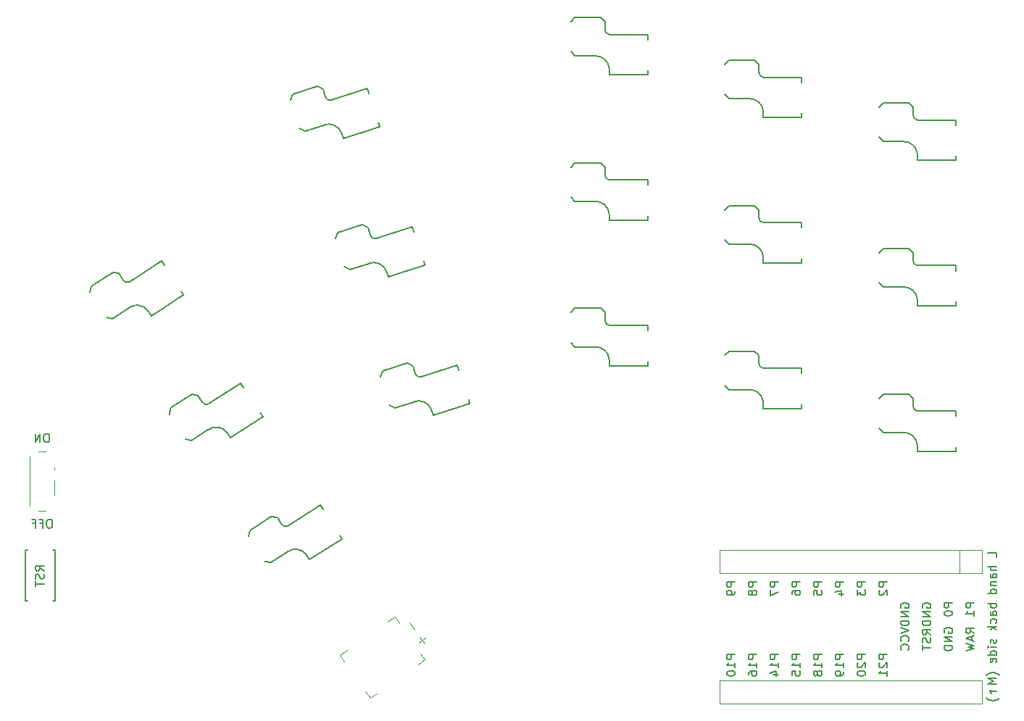
<source format=gbr>
%TF.GenerationSoftware,KiCad,Pcbnew,9.0.6*%
%TF.CreationDate,2025-12-19T17:46:44-08:00*%
%TF.ProjectId,aphelo30,61706865-6c6f-4333-902e-6b696361645f,v1.0.0*%
%TF.SameCoordinates,Original*%
%TF.FileFunction,Legend,Bot*%
%TF.FilePolarity,Positive*%
%FSLAX46Y46*%
G04 Gerber Fmt 4.6, Leading zero omitted, Abs format (unit mm)*
G04 Created by KiCad (PCBNEW 9.0.6) date 2025-12-19 17:46:44*
%MOMM*%
%LPD*%
G01*
G04 APERTURE LIST*
%ADD10C,0.150000*%
%ADD11C,0.120000*%
%ADD12C,0.100000*%
G04 APERTURE END LIST*
D10*
X70226615Y-98654909D02*
X69750424Y-98321576D01*
X70226615Y-98083481D02*
X69226615Y-98083481D01*
X69226615Y-98083481D02*
X69226615Y-98464433D01*
X69226615Y-98464433D02*
X69274234Y-98559671D01*
X69274234Y-98559671D02*
X69321853Y-98607290D01*
X69321853Y-98607290D02*
X69417091Y-98654909D01*
X69417091Y-98654909D02*
X69559948Y-98654909D01*
X69559948Y-98654909D02*
X69655186Y-98607290D01*
X69655186Y-98607290D02*
X69702805Y-98559671D01*
X69702805Y-98559671D02*
X69750424Y-98464433D01*
X69750424Y-98464433D02*
X69750424Y-98083481D01*
X70178996Y-99035862D02*
X70226615Y-99178719D01*
X70226615Y-99178719D02*
X70226615Y-99416814D01*
X70226615Y-99416814D02*
X70178996Y-99512052D01*
X70178996Y-99512052D02*
X70131376Y-99559671D01*
X70131376Y-99559671D02*
X70036138Y-99607290D01*
X70036138Y-99607290D02*
X69940900Y-99607290D01*
X69940900Y-99607290D02*
X69845662Y-99559671D01*
X69845662Y-99559671D02*
X69798043Y-99512052D01*
X69798043Y-99512052D02*
X69750424Y-99416814D01*
X69750424Y-99416814D02*
X69702805Y-99226338D01*
X69702805Y-99226338D02*
X69655186Y-99131100D01*
X69655186Y-99131100D02*
X69607567Y-99083481D01*
X69607567Y-99083481D02*
X69512329Y-99035862D01*
X69512329Y-99035862D02*
X69417091Y-99035862D01*
X69417091Y-99035862D02*
X69321853Y-99083481D01*
X69321853Y-99083481D02*
X69274234Y-99131100D01*
X69274234Y-99131100D02*
X69226615Y-99226338D01*
X69226615Y-99226338D02*
X69226615Y-99464433D01*
X69226615Y-99464433D02*
X69274234Y-99607290D01*
X69226615Y-99893005D02*
X69226615Y-100464433D01*
X70226615Y-100178719D02*
X69226615Y-100178719D01*
X181471615Y-97059670D02*
X181471615Y-96583480D01*
X181471615Y-96583480D02*
X180471615Y-96583480D01*
X181471615Y-98154909D02*
X180471615Y-98154909D01*
X181471615Y-98583480D02*
X180947805Y-98583480D01*
X180947805Y-98583480D02*
X180852567Y-98535861D01*
X180852567Y-98535861D02*
X180804948Y-98440623D01*
X180804948Y-98440623D02*
X180804948Y-98297766D01*
X180804948Y-98297766D02*
X180852567Y-98202528D01*
X180852567Y-98202528D02*
X180900186Y-98154909D01*
X181471615Y-99488242D02*
X180947805Y-99488242D01*
X180947805Y-99488242D02*
X180852567Y-99440623D01*
X180852567Y-99440623D02*
X180804948Y-99345385D01*
X180804948Y-99345385D02*
X180804948Y-99154909D01*
X180804948Y-99154909D02*
X180852567Y-99059671D01*
X181423996Y-99488242D02*
X181471615Y-99393004D01*
X181471615Y-99393004D02*
X181471615Y-99154909D01*
X181471615Y-99154909D02*
X181423996Y-99059671D01*
X181423996Y-99059671D02*
X181328757Y-99012052D01*
X181328757Y-99012052D02*
X181233519Y-99012052D01*
X181233519Y-99012052D02*
X181138281Y-99059671D01*
X181138281Y-99059671D02*
X181090662Y-99154909D01*
X181090662Y-99154909D02*
X181090662Y-99393004D01*
X181090662Y-99393004D02*
X181043043Y-99488242D01*
X180804948Y-99964433D02*
X181471615Y-99964433D01*
X180900186Y-99964433D02*
X180852567Y-100012052D01*
X180852567Y-100012052D02*
X180804948Y-100107290D01*
X180804948Y-100107290D02*
X180804948Y-100250147D01*
X180804948Y-100250147D02*
X180852567Y-100345385D01*
X180852567Y-100345385D02*
X180947805Y-100393004D01*
X180947805Y-100393004D02*
X181471615Y-100393004D01*
X181471615Y-101297766D02*
X180471615Y-101297766D01*
X181423996Y-101297766D02*
X181471615Y-101202528D01*
X181471615Y-101202528D02*
X181471615Y-101012052D01*
X181471615Y-101012052D02*
X181423996Y-100916814D01*
X181423996Y-100916814D02*
X181376376Y-100869195D01*
X181376376Y-100869195D02*
X181281138Y-100821576D01*
X181281138Y-100821576D02*
X180995424Y-100821576D01*
X180995424Y-100821576D02*
X180900186Y-100869195D01*
X180900186Y-100869195D02*
X180852567Y-100916814D01*
X180852567Y-100916814D02*
X180804948Y-101012052D01*
X180804948Y-101012052D02*
X180804948Y-101202528D01*
X180804948Y-101202528D02*
X180852567Y-101297766D01*
X181471615Y-102535862D02*
X180471615Y-102535862D01*
X180852567Y-102535862D02*
X180804948Y-102631100D01*
X180804948Y-102631100D02*
X180804948Y-102821576D01*
X180804948Y-102821576D02*
X180852567Y-102916814D01*
X180852567Y-102916814D02*
X180900186Y-102964433D01*
X180900186Y-102964433D02*
X180995424Y-103012052D01*
X180995424Y-103012052D02*
X181281138Y-103012052D01*
X181281138Y-103012052D02*
X181376376Y-102964433D01*
X181376376Y-102964433D02*
X181423996Y-102916814D01*
X181423996Y-102916814D02*
X181471615Y-102821576D01*
X181471615Y-102821576D02*
X181471615Y-102631100D01*
X181471615Y-102631100D02*
X181423996Y-102535862D01*
X181471615Y-103869195D02*
X180947805Y-103869195D01*
X180947805Y-103869195D02*
X180852567Y-103821576D01*
X180852567Y-103821576D02*
X180804948Y-103726338D01*
X180804948Y-103726338D02*
X180804948Y-103535862D01*
X180804948Y-103535862D02*
X180852567Y-103440624D01*
X181423996Y-103869195D02*
X181471615Y-103773957D01*
X181471615Y-103773957D02*
X181471615Y-103535862D01*
X181471615Y-103535862D02*
X181423996Y-103440624D01*
X181423996Y-103440624D02*
X181328757Y-103393005D01*
X181328757Y-103393005D02*
X181233519Y-103393005D01*
X181233519Y-103393005D02*
X181138281Y-103440624D01*
X181138281Y-103440624D02*
X181090662Y-103535862D01*
X181090662Y-103535862D02*
X181090662Y-103773957D01*
X181090662Y-103773957D02*
X181043043Y-103869195D01*
X181423996Y-104773957D02*
X181471615Y-104678719D01*
X181471615Y-104678719D02*
X181471615Y-104488243D01*
X181471615Y-104488243D02*
X181423996Y-104393005D01*
X181423996Y-104393005D02*
X181376376Y-104345386D01*
X181376376Y-104345386D02*
X181281138Y-104297767D01*
X181281138Y-104297767D02*
X180995424Y-104297767D01*
X180995424Y-104297767D02*
X180900186Y-104345386D01*
X180900186Y-104345386D02*
X180852567Y-104393005D01*
X180852567Y-104393005D02*
X180804948Y-104488243D01*
X180804948Y-104488243D02*
X180804948Y-104678719D01*
X180804948Y-104678719D02*
X180852567Y-104773957D01*
X181471615Y-105202529D02*
X180471615Y-105202529D01*
X181090662Y-105297767D02*
X181471615Y-105583481D01*
X180804948Y-105583481D02*
X181185900Y-105202529D01*
X181423996Y-106726339D02*
X181471615Y-106821577D01*
X181471615Y-106821577D02*
X181471615Y-107012053D01*
X181471615Y-107012053D02*
X181423996Y-107107291D01*
X181423996Y-107107291D02*
X181328757Y-107154910D01*
X181328757Y-107154910D02*
X181281138Y-107154910D01*
X181281138Y-107154910D02*
X181185900Y-107107291D01*
X181185900Y-107107291D02*
X181138281Y-107012053D01*
X181138281Y-107012053D02*
X181138281Y-106869196D01*
X181138281Y-106869196D02*
X181090662Y-106773958D01*
X181090662Y-106773958D02*
X180995424Y-106726339D01*
X180995424Y-106726339D02*
X180947805Y-106726339D01*
X180947805Y-106726339D02*
X180852567Y-106773958D01*
X180852567Y-106773958D02*
X180804948Y-106869196D01*
X180804948Y-106869196D02*
X180804948Y-107012053D01*
X180804948Y-107012053D02*
X180852567Y-107107291D01*
X181471615Y-107583482D02*
X180804948Y-107583482D01*
X180471615Y-107583482D02*
X180519234Y-107535863D01*
X180519234Y-107535863D02*
X180566853Y-107583482D01*
X180566853Y-107583482D02*
X180519234Y-107631101D01*
X180519234Y-107631101D02*
X180471615Y-107583482D01*
X180471615Y-107583482D02*
X180566853Y-107583482D01*
X181471615Y-108488243D02*
X180471615Y-108488243D01*
X181423996Y-108488243D02*
X181471615Y-108393005D01*
X181471615Y-108393005D02*
X181471615Y-108202529D01*
X181471615Y-108202529D02*
X181423996Y-108107291D01*
X181423996Y-108107291D02*
X181376376Y-108059672D01*
X181376376Y-108059672D02*
X181281138Y-108012053D01*
X181281138Y-108012053D02*
X180995424Y-108012053D01*
X180995424Y-108012053D02*
X180900186Y-108059672D01*
X180900186Y-108059672D02*
X180852567Y-108107291D01*
X180852567Y-108107291D02*
X180804948Y-108202529D01*
X180804948Y-108202529D02*
X180804948Y-108393005D01*
X180804948Y-108393005D02*
X180852567Y-108488243D01*
X181423996Y-109345386D02*
X181471615Y-109250148D01*
X181471615Y-109250148D02*
X181471615Y-109059672D01*
X181471615Y-109059672D02*
X181423996Y-108964434D01*
X181423996Y-108964434D02*
X181328757Y-108916815D01*
X181328757Y-108916815D02*
X180947805Y-108916815D01*
X180947805Y-108916815D02*
X180852567Y-108964434D01*
X180852567Y-108964434D02*
X180804948Y-109059672D01*
X180804948Y-109059672D02*
X180804948Y-109250148D01*
X180804948Y-109250148D02*
X180852567Y-109345386D01*
X180852567Y-109345386D02*
X180947805Y-109393005D01*
X180947805Y-109393005D02*
X181043043Y-109393005D01*
X181043043Y-109393005D02*
X181138281Y-108916815D01*
X181852567Y-110869196D02*
X181804948Y-110821577D01*
X181804948Y-110821577D02*
X181662091Y-110726339D01*
X181662091Y-110726339D02*
X181566853Y-110678720D01*
X181566853Y-110678720D02*
X181423996Y-110631101D01*
X181423996Y-110631101D02*
X181185900Y-110583482D01*
X181185900Y-110583482D02*
X180995424Y-110583482D01*
X180995424Y-110583482D02*
X180757329Y-110631101D01*
X180757329Y-110631101D02*
X180614472Y-110678720D01*
X180614472Y-110678720D02*
X180519234Y-110726339D01*
X180519234Y-110726339D02*
X180376376Y-110821577D01*
X180376376Y-110821577D02*
X180328757Y-110869196D01*
X181471615Y-111250149D02*
X180471615Y-111250149D01*
X180471615Y-111250149D02*
X181185900Y-111583482D01*
X181185900Y-111583482D02*
X180471615Y-111916815D01*
X180471615Y-111916815D02*
X181471615Y-111916815D01*
X181471615Y-112773958D02*
X180709710Y-112773958D01*
X180900186Y-112583482D02*
X180709710Y-112773958D01*
X180709710Y-112773958D02*
X180900186Y-112964434D01*
X181852567Y-113535863D02*
X181804948Y-113583482D01*
X181804948Y-113583482D02*
X181662091Y-113678720D01*
X181662091Y-113678720D02*
X181566853Y-113726339D01*
X181566853Y-113726339D02*
X181423996Y-113773958D01*
X181423996Y-113773958D02*
X181185900Y-113821577D01*
X181185900Y-113821577D02*
X180995424Y-113821577D01*
X180995424Y-113821577D02*
X180757329Y-113773958D01*
X180757329Y-113773958D02*
X180614472Y-113726339D01*
X180614472Y-113726339D02*
X180519234Y-113678720D01*
X180519234Y-113678720D02*
X180376376Y-113583482D01*
X180376376Y-113583482D02*
X180328757Y-113535863D01*
X150986615Y-108458243D02*
X149986615Y-108458243D01*
X149986615Y-108458243D02*
X149986615Y-108839195D01*
X149986615Y-108839195D02*
X150034234Y-108934433D01*
X150034234Y-108934433D02*
X150081853Y-108982052D01*
X150081853Y-108982052D02*
X150177091Y-109029671D01*
X150177091Y-109029671D02*
X150319948Y-109029671D01*
X150319948Y-109029671D02*
X150415186Y-108982052D01*
X150415186Y-108982052D02*
X150462805Y-108934433D01*
X150462805Y-108934433D02*
X150510424Y-108839195D01*
X150510424Y-108839195D02*
X150510424Y-108458243D01*
X150986615Y-109982052D02*
X150986615Y-109410624D01*
X150986615Y-109696338D02*
X149986615Y-109696338D01*
X149986615Y-109696338D02*
X150129472Y-109601100D01*
X150129472Y-109601100D02*
X150224710Y-109505862D01*
X150224710Y-109505862D02*
X150272329Y-109410624D01*
X149986615Y-110601100D02*
X149986615Y-110696338D01*
X149986615Y-110696338D02*
X150034234Y-110791576D01*
X150034234Y-110791576D02*
X150081853Y-110839195D01*
X150081853Y-110839195D02*
X150177091Y-110886814D01*
X150177091Y-110886814D02*
X150367567Y-110934433D01*
X150367567Y-110934433D02*
X150605662Y-110934433D01*
X150605662Y-110934433D02*
X150796138Y-110886814D01*
X150796138Y-110886814D02*
X150891376Y-110839195D01*
X150891376Y-110839195D02*
X150938996Y-110791576D01*
X150938996Y-110791576D02*
X150986615Y-110696338D01*
X150986615Y-110696338D02*
X150986615Y-110601100D01*
X150986615Y-110601100D02*
X150938996Y-110505862D01*
X150938996Y-110505862D02*
X150891376Y-110458243D01*
X150891376Y-110458243D02*
X150796138Y-110410624D01*
X150796138Y-110410624D02*
X150605662Y-110363005D01*
X150605662Y-110363005D02*
X150367567Y-110363005D01*
X150367567Y-110363005D02*
X150177091Y-110410624D01*
X150177091Y-110410624D02*
X150081853Y-110458243D01*
X150081853Y-110458243D02*
X150034234Y-110505862D01*
X150034234Y-110505862D02*
X149986615Y-110601100D01*
X150986615Y-99994434D02*
X149986615Y-99994434D01*
X149986615Y-99994434D02*
X149986615Y-100375386D01*
X149986615Y-100375386D02*
X150034234Y-100470624D01*
X150034234Y-100470624D02*
X150081853Y-100518243D01*
X150081853Y-100518243D02*
X150177091Y-100565862D01*
X150177091Y-100565862D02*
X150319948Y-100565862D01*
X150319948Y-100565862D02*
X150415186Y-100518243D01*
X150415186Y-100518243D02*
X150462805Y-100470624D01*
X150462805Y-100470624D02*
X150510424Y-100375386D01*
X150510424Y-100375386D02*
X150510424Y-99994434D01*
X150986615Y-101042053D02*
X150986615Y-101232529D01*
X150986615Y-101232529D02*
X150938996Y-101327767D01*
X150938996Y-101327767D02*
X150891376Y-101375386D01*
X150891376Y-101375386D02*
X150748519Y-101470624D01*
X150748519Y-101470624D02*
X150558043Y-101518243D01*
X150558043Y-101518243D02*
X150177091Y-101518243D01*
X150177091Y-101518243D02*
X150081853Y-101470624D01*
X150081853Y-101470624D02*
X150034234Y-101423005D01*
X150034234Y-101423005D02*
X149986615Y-101327767D01*
X149986615Y-101327767D02*
X149986615Y-101137291D01*
X149986615Y-101137291D02*
X150034234Y-101042053D01*
X150034234Y-101042053D02*
X150081853Y-100994434D01*
X150081853Y-100994434D02*
X150177091Y-100946815D01*
X150177091Y-100946815D02*
X150415186Y-100946815D01*
X150415186Y-100946815D02*
X150510424Y-100994434D01*
X150510424Y-100994434D02*
X150558043Y-101042053D01*
X150558043Y-101042053D02*
X150605662Y-101137291D01*
X150605662Y-101137291D02*
X150605662Y-101327767D01*
X150605662Y-101327767D02*
X150558043Y-101423005D01*
X150558043Y-101423005D02*
X150510424Y-101470624D01*
X150510424Y-101470624D02*
X150415186Y-101518243D01*
X153526615Y-108458243D02*
X152526615Y-108458243D01*
X152526615Y-108458243D02*
X152526615Y-108839195D01*
X152526615Y-108839195D02*
X152574234Y-108934433D01*
X152574234Y-108934433D02*
X152621853Y-108982052D01*
X152621853Y-108982052D02*
X152717091Y-109029671D01*
X152717091Y-109029671D02*
X152859948Y-109029671D01*
X152859948Y-109029671D02*
X152955186Y-108982052D01*
X152955186Y-108982052D02*
X153002805Y-108934433D01*
X153002805Y-108934433D02*
X153050424Y-108839195D01*
X153050424Y-108839195D02*
X153050424Y-108458243D01*
X153526615Y-109982052D02*
X153526615Y-109410624D01*
X153526615Y-109696338D02*
X152526615Y-109696338D01*
X152526615Y-109696338D02*
X152669472Y-109601100D01*
X152669472Y-109601100D02*
X152764710Y-109505862D01*
X152764710Y-109505862D02*
X152812329Y-109410624D01*
X152526615Y-110839195D02*
X152526615Y-110648719D01*
X152526615Y-110648719D02*
X152574234Y-110553481D01*
X152574234Y-110553481D02*
X152621853Y-110505862D01*
X152621853Y-110505862D02*
X152764710Y-110410624D01*
X152764710Y-110410624D02*
X152955186Y-110363005D01*
X152955186Y-110363005D02*
X153336138Y-110363005D01*
X153336138Y-110363005D02*
X153431376Y-110410624D01*
X153431376Y-110410624D02*
X153478996Y-110458243D01*
X153478996Y-110458243D02*
X153526615Y-110553481D01*
X153526615Y-110553481D02*
X153526615Y-110743957D01*
X153526615Y-110743957D02*
X153478996Y-110839195D01*
X153478996Y-110839195D02*
X153431376Y-110886814D01*
X153431376Y-110886814D02*
X153336138Y-110934433D01*
X153336138Y-110934433D02*
X153098043Y-110934433D01*
X153098043Y-110934433D02*
X153002805Y-110886814D01*
X153002805Y-110886814D02*
X152955186Y-110839195D01*
X152955186Y-110839195D02*
X152907567Y-110743957D01*
X152907567Y-110743957D02*
X152907567Y-110553481D01*
X152907567Y-110553481D02*
X152955186Y-110458243D01*
X152955186Y-110458243D02*
X153002805Y-110410624D01*
X153002805Y-110410624D02*
X153098043Y-110363005D01*
X153526615Y-99994434D02*
X152526615Y-99994434D01*
X152526615Y-99994434D02*
X152526615Y-100375386D01*
X152526615Y-100375386D02*
X152574234Y-100470624D01*
X152574234Y-100470624D02*
X152621853Y-100518243D01*
X152621853Y-100518243D02*
X152717091Y-100565862D01*
X152717091Y-100565862D02*
X152859948Y-100565862D01*
X152859948Y-100565862D02*
X152955186Y-100518243D01*
X152955186Y-100518243D02*
X153002805Y-100470624D01*
X153002805Y-100470624D02*
X153050424Y-100375386D01*
X153050424Y-100375386D02*
X153050424Y-99994434D01*
X152955186Y-101137291D02*
X152907567Y-101042053D01*
X152907567Y-101042053D02*
X152859948Y-100994434D01*
X152859948Y-100994434D02*
X152764710Y-100946815D01*
X152764710Y-100946815D02*
X152717091Y-100946815D01*
X152717091Y-100946815D02*
X152621853Y-100994434D01*
X152621853Y-100994434D02*
X152574234Y-101042053D01*
X152574234Y-101042053D02*
X152526615Y-101137291D01*
X152526615Y-101137291D02*
X152526615Y-101327767D01*
X152526615Y-101327767D02*
X152574234Y-101423005D01*
X152574234Y-101423005D02*
X152621853Y-101470624D01*
X152621853Y-101470624D02*
X152717091Y-101518243D01*
X152717091Y-101518243D02*
X152764710Y-101518243D01*
X152764710Y-101518243D02*
X152859948Y-101470624D01*
X152859948Y-101470624D02*
X152907567Y-101423005D01*
X152907567Y-101423005D02*
X152955186Y-101327767D01*
X152955186Y-101327767D02*
X152955186Y-101137291D01*
X152955186Y-101137291D02*
X153002805Y-101042053D01*
X153002805Y-101042053D02*
X153050424Y-100994434D01*
X153050424Y-100994434D02*
X153145662Y-100946815D01*
X153145662Y-100946815D02*
X153336138Y-100946815D01*
X153336138Y-100946815D02*
X153431376Y-100994434D01*
X153431376Y-100994434D02*
X153478996Y-101042053D01*
X153478996Y-101042053D02*
X153526615Y-101137291D01*
X153526615Y-101137291D02*
X153526615Y-101327767D01*
X153526615Y-101327767D02*
X153478996Y-101423005D01*
X153478996Y-101423005D02*
X153431376Y-101470624D01*
X153431376Y-101470624D02*
X153336138Y-101518243D01*
X153336138Y-101518243D02*
X153145662Y-101518243D01*
X153145662Y-101518243D02*
X153050424Y-101470624D01*
X153050424Y-101470624D02*
X153002805Y-101423005D01*
X153002805Y-101423005D02*
X152955186Y-101327767D01*
X156066615Y-108458243D02*
X155066615Y-108458243D01*
X155066615Y-108458243D02*
X155066615Y-108839195D01*
X155066615Y-108839195D02*
X155114234Y-108934433D01*
X155114234Y-108934433D02*
X155161853Y-108982052D01*
X155161853Y-108982052D02*
X155257091Y-109029671D01*
X155257091Y-109029671D02*
X155399948Y-109029671D01*
X155399948Y-109029671D02*
X155495186Y-108982052D01*
X155495186Y-108982052D02*
X155542805Y-108934433D01*
X155542805Y-108934433D02*
X155590424Y-108839195D01*
X155590424Y-108839195D02*
X155590424Y-108458243D01*
X156066615Y-109982052D02*
X156066615Y-109410624D01*
X156066615Y-109696338D02*
X155066615Y-109696338D01*
X155066615Y-109696338D02*
X155209472Y-109601100D01*
X155209472Y-109601100D02*
X155304710Y-109505862D01*
X155304710Y-109505862D02*
X155352329Y-109410624D01*
X155399948Y-110839195D02*
X156066615Y-110839195D01*
X155018996Y-110601100D02*
X155733281Y-110363005D01*
X155733281Y-110363005D02*
X155733281Y-110982052D01*
X156066615Y-99994434D02*
X155066615Y-99994434D01*
X155066615Y-99994434D02*
X155066615Y-100375386D01*
X155066615Y-100375386D02*
X155114234Y-100470624D01*
X155114234Y-100470624D02*
X155161853Y-100518243D01*
X155161853Y-100518243D02*
X155257091Y-100565862D01*
X155257091Y-100565862D02*
X155399948Y-100565862D01*
X155399948Y-100565862D02*
X155495186Y-100518243D01*
X155495186Y-100518243D02*
X155542805Y-100470624D01*
X155542805Y-100470624D02*
X155590424Y-100375386D01*
X155590424Y-100375386D02*
X155590424Y-99994434D01*
X155066615Y-100899196D02*
X155066615Y-101565862D01*
X155066615Y-101565862D02*
X156066615Y-101137291D01*
X158606615Y-108458243D02*
X157606615Y-108458243D01*
X157606615Y-108458243D02*
X157606615Y-108839195D01*
X157606615Y-108839195D02*
X157654234Y-108934433D01*
X157654234Y-108934433D02*
X157701853Y-108982052D01*
X157701853Y-108982052D02*
X157797091Y-109029671D01*
X157797091Y-109029671D02*
X157939948Y-109029671D01*
X157939948Y-109029671D02*
X158035186Y-108982052D01*
X158035186Y-108982052D02*
X158082805Y-108934433D01*
X158082805Y-108934433D02*
X158130424Y-108839195D01*
X158130424Y-108839195D02*
X158130424Y-108458243D01*
X158606615Y-109982052D02*
X158606615Y-109410624D01*
X158606615Y-109696338D02*
X157606615Y-109696338D01*
X157606615Y-109696338D02*
X157749472Y-109601100D01*
X157749472Y-109601100D02*
X157844710Y-109505862D01*
X157844710Y-109505862D02*
X157892329Y-109410624D01*
X157606615Y-110886814D02*
X157606615Y-110410624D01*
X157606615Y-110410624D02*
X158082805Y-110363005D01*
X158082805Y-110363005D02*
X158035186Y-110410624D01*
X158035186Y-110410624D02*
X157987567Y-110505862D01*
X157987567Y-110505862D02*
X157987567Y-110743957D01*
X157987567Y-110743957D02*
X158035186Y-110839195D01*
X158035186Y-110839195D02*
X158082805Y-110886814D01*
X158082805Y-110886814D02*
X158178043Y-110934433D01*
X158178043Y-110934433D02*
X158416138Y-110934433D01*
X158416138Y-110934433D02*
X158511376Y-110886814D01*
X158511376Y-110886814D02*
X158558996Y-110839195D01*
X158558996Y-110839195D02*
X158606615Y-110743957D01*
X158606615Y-110743957D02*
X158606615Y-110505862D01*
X158606615Y-110505862D02*
X158558996Y-110410624D01*
X158558996Y-110410624D02*
X158511376Y-110363005D01*
X158606615Y-99994434D02*
X157606615Y-99994434D01*
X157606615Y-99994434D02*
X157606615Y-100375386D01*
X157606615Y-100375386D02*
X157654234Y-100470624D01*
X157654234Y-100470624D02*
X157701853Y-100518243D01*
X157701853Y-100518243D02*
X157797091Y-100565862D01*
X157797091Y-100565862D02*
X157939948Y-100565862D01*
X157939948Y-100565862D02*
X158035186Y-100518243D01*
X158035186Y-100518243D02*
X158082805Y-100470624D01*
X158082805Y-100470624D02*
X158130424Y-100375386D01*
X158130424Y-100375386D02*
X158130424Y-99994434D01*
X157606615Y-101423005D02*
X157606615Y-101232529D01*
X157606615Y-101232529D02*
X157654234Y-101137291D01*
X157654234Y-101137291D02*
X157701853Y-101089672D01*
X157701853Y-101089672D02*
X157844710Y-100994434D01*
X157844710Y-100994434D02*
X158035186Y-100946815D01*
X158035186Y-100946815D02*
X158416138Y-100946815D01*
X158416138Y-100946815D02*
X158511376Y-100994434D01*
X158511376Y-100994434D02*
X158558996Y-101042053D01*
X158558996Y-101042053D02*
X158606615Y-101137291D01*
X158606615Y-101137291D02*
X158606615Y-101327767D01*
X158606615Y-101327767D02*
X158558996Y-101423005D01*
X158558996Y-101423005D02*
X158511376Y-101470624D01*
X158511376Y-101470624D02*
X158416138Y-101518243D01*
X158416138Y-101518243D02*
X158178043Y-101518243D01*
X158178043Y-101518243D02*
X158082805Y-101470624D01*
X158082805Y-101470624D02*
X158035186Y-101423005D01*
X158035186Y-101423005D02*
X157987567Y-101327767D01*
X157987567Y-101327767D02*
X157987567Y-101137291D01*
X157987567Y-101137291D02*
X158035186Y-101042053D01*
X158035186Y-101042053D02*
X158082805Y-100994434D01*
X158082805Y-100994434D02*
X158178043Y-100946815D01*
X161146615Y-108458243D02*
X160146615Y-108458243D01*
X160146615Y-108458243D02*
X160146615Y-108839195D01*
X160146615Y-108839195D02*
X160194234Y-108934433D01*
X160194234Y-108934433D02*
X160241853Y-108982052D01*
X160241853Y-108982052D02*
X160337091Y-109029671D01*
X160337091Y-109029671D02*
X160479948Y-109029671D01*
X160479948Y-109029671D02*
X160575186Y-108982052D01*
X160575186Y-108982052D02*
X160622805Y-108934433D01*
X160622805Y-108934433D02*
X160670424Y-108839195D01*
X160670424Y-108839195D02*
X160670424Y-108458243D01*
X161146615Y-109982052D02*
X161146615Y-109410624D01*
X161146615Y-109696338D02*
X160146615Y-109696338D01*
X160146615Y-109696338D02*
X160289472Y-109601100D01*
X160289472Y-109601100D02*
X160384710Y-109505862D01*
X160384710Y-109505862D02*
X160432329Y-109410624D01*
X160575186Y-110553481D02*
X160527567Y-110458243D01*
X160527567Y-110458243D02*
X160479948Y-110410624D01*
X160479948Y-110410624D02*
X160384710Y-110363005D01*
X160384710Y-110363005D02*
X160337091Y-110363005D01*
X160337091Y-110363005D02*
X160241853Y-110410624D01*
X160241853Y-110410624D02*
X160194234Y-110458243D01*
X160194234Y-110458243D02*
X160146615Y-110553481D01*
X160146615Y-110553481D02*
X160146615Y-110743957D01*
X160146615Y-110743957D02*
X160194234Y-110839195D01*
X160194234Y-110839195D02*
X160241853Y-110886814D01*
X160241853Y-110886814D02*
X160337091Y-110934433D01*
X160337091Y-110934433D02*
X160384710Y-110934433D01*
X160384710Y-110934433D02*
X160479948Y-110886814D01*
X160479948Y-110886814D02*
X160527567Y-110839195D01*
X160527567Y-110839195D02*
X160575186Y-110743957D01*
X160575186Y-110743957D02*
X160575186Y-110553481D01*
X160575186Y-110553481D02*
X160622805Y-110458243D01*
X160622805Y-110458243D02*
X160670424Y-110410624D01*
X160670424Y-110410624D02*
X160765662Y-110363005D01*
X160765662Y-110363005D02*
X160956138Y-110363005D01*
X160956138Y-110363005D02*
X161051376Y-110410624D01*
X161051376Y-110410624D02*
X161098996Y-110458243D01*
X161098996Y-110458243D02*
X161146615Y-110553481D01*
X161146615Y-110553481D02*
X161146615Y-110743957D01*
X161146615Y-110743957D02*
X161098996Y-110839195D01*
X161098996Y-110839195D02*
X161051376Y-110886814D01*
X161051376Y-110886814D02*
X160956138Y-110934433D01*
X160956138Y-110934433D02*
X160765662Y-110934433D01*
X160765662Y-110934433D02*
X160670424Y-110886814D01*
X160670424Y-110886814D02*
X160622805Y-110839195D01*
X160622805Y-110839195D02*
X160575186Y-110743957D01*
X161146615Y-99994434D02*
X160146615Y-99994434D01*
X160146615Y-99994434D02*
X160146615Y-100375386D01*
X160146615Y-100375386D02*
X160194234Y-100470624D01*
X160194234Y-100470624D02*
X160241853Y-100518243D01*
X160241853Y-100518243D02*
X160337091Y-100565862D01*
X160337091Y-100565862D02*
X160479948Y-100565862D01*
X160479948Y-100565862D02*
X160575186Y-100518243D01*
X160575186Y-100518243D02*
X160622805Y-100470624D01*
X160622805Y-100470624D02*
X160670424Y-100375386D01*
X160670424Y-100375386D02*
X160670424Y-99994434D01*
X160146615Y-101470624D02*
X160146615Y-100994434D01*
X160146615Y-100994434D02*
X160622805Y-100946815D01*
X160622805Y-100946815D02*
X160575186Y-100994434D01*
X160575186Y-100994434D02*
X160527567Y-101089672D01*
X160527567Y-101089672D02*
X160527567Y-101327767D01*
X160527567Y-101327767D02*
X160575186Y-101423005D01*
X160575186Y-101423005D02*
X160622805Y-101470624D01*
X160622805Y-101470624D02*
X160718043Y-101518243D01*
X160718043Y-101518243D02*
X160956138Y-101518243D01*
X160956138Y-101518243D02*
X161051376Y-101470624D01*
X161051376Y-101470624D02*
X161098996Y-101423005D01*
X161098996Y-101423005D02*
X161146615Y-101327767D01*
X161146615Y-101327767D02*
X161146615Y-101089672D01*
X161146615Y-101089672D02*
X161098996Y-100994434D01*
X161098996Y-100994434D02*
X161051376Y-100946815D01*
X163686615Y-108458243D02*
X162686615Y-108458243D01*
X162686615Y-108458243D02*
X162686615Y-108839195D01*
X162686615Y-108839195D02*
X162734234Y-108934433D01*
X162734234Y-108934433D02*
X162781853Y-108982052D01*
X162781853Y-108982052D02*
X162877091Y-109029671D01*
X162877091Y-109029671D02*
X163019948Y-109029671D01*
X163019948Y-109029671D02*
X163115186Y-108982052D01*
X163115186Y-108982052D02*
X163162805Y-108934433D01*
X163162805Y-108934433D02*
X163210424Y-108839195D01*
X163210424Y-108839195D02*
X163210424Y-108458243D01*
X163686615Y-109982052D02*
X163686615Y-109410624D01*
X163686615Y-109696338D02*
X162686615Y-109696338D01*
X162686615Y-109696338D02*
X162829472Y-109601100D01*
X162829472Y-109601100D02*
X162924710Y-109505862D01*
X162924710Y-109505862D02*
X162972329Y-109410624D01*
X163686615Y-110458243D02*
X163686615Y-110648719D01*
X163686615Y-110648719D02*
X163638996Y-110743957D01*
X163638996Y-110743957D02*
X163591376Y-110791576D01*
X163591376Y-110791576D02*
X163448519Y-110886814D01*
X163448519Y-110886814D02*
X163258043Y-110934433D01*
X163258043Y-110934433D02*
X162877091Y-110934433D01*
X162877091Y-110934433D02*
X162781853Y-110886814D01*
X162781853Y-110886814D02*
X162734234Y-110839195D01*
X162734234Y-110839195D02*
X162686615Y-110743957D01*
X162686615Y-110743957D02*
X162686615Y-110553481D01*
X162686615Y-110553481D02*
X162734234Y-110458243D01*
X162734234Y-110458243D02*
X162781853Y-110410624D01*
X162781853Y-110410624D02*
X162877091Y-110363005D01*
X162877091Y-110363005D02*
X163115186Y-110363005D01*
X163115186Y-110363005D02*
X163210424Y-110410624D01*
X163210424Y-110410624D02*
X163258043Y-110458243D01*
X163258043Y-110458243D02*
X163305662Y-110553481D01*
X163305662Y-110553481D02*
X163305662Y-110743957D01*
X163305662Y-110743957D02*
X163258043Y-110839195D01*
X163258043Y-110839195D02*
X163210424Y-110886814D01*
X163210424Y-110886814D02*
X163115186Y-110934433D01*
X163686615Y-99994434D02*
X162686615Y-99994434D01*
X162686615Y-99994434D02*
X162686615Y-100375386D01*
X162686615Y-100375386D02*
X162734234Y-100470624D01*
X162734234Y-100470624D02*
X162781853Y-100518243D01*
X162781853Y-100518243D02*
X162877091Y-100565862D01*
X162877091Y-100565862D02*
X163019948Y-100565862D01*
X163019948Y-100565862D02*
X163115186Y-100518243D01*
X163115186Y-100518243D02*
X163162805Y-100470624D01*
X163162805Y-100470624D02*
X163210424Y-100375386D01*
X163210424Y-100375386D02*
X163210424Y-99994434D01*
X163019948Y-101423005D02*
X163686615Y-101423005D01*
X162638996Y-101184910D02*
X163353281Y-100946815D01*
X163353281Y-100946815D02*
X163353281Y-101565862D01*
X166226615Y-108458243D02*
X165226615Y-108458243D01*
X165226615Y-108458243D02*
X165226615Y-108839195D01*
X165226615Y-108839195D02*
X165274234Y-108934433D01*
X165274234Y-108934433D02*
X165321853Y-108982052D01*
X165321853Y-108982052D02*
X165417091Y-109029671D01*
X165417091Y-109029671D02*
X165559948Y-109029671D01*
X165559948Y-109029671D02*
X165655186Y-108982052D01*
X165655186Y-108982052D02*
X165702805Y-108934433D01*
X165702805Y-108934433D02*
X165750424Y-108839195D01*
X165750424Y-108839195D02*
X165750424Y-108458243D01*
X165321853Y-109410624D02*
X165274234Y-109458243D01*
X165274234Y-109458243D02*
X165226615Y-109553481D01*
X165226615Y-109553481D02*
X165226615Y-109791576D01*
X165226615Y-109791576D02*
X165274234Y-109886814D01*
X165274234Y-109886814D02*
X165321853Y-109934433D01*
X165321853Y-109934433D02*
X165417091Y-109982052D01*
X165417091Y-109982052D02*
X165512329Y-109982052D01*
X165512329Y-109982052D02*
X165655186Y-109934433D01*
X165655186Y-109934433D02*
X166226615Y-109363005D01*
X166226615Y-109363005D02*
X166226615Y-109982052D01*
X165226615Y-110601100D02*
X165226615Y-110696338D01*
X165226615Y-110696338D02*
X165274234Y-110791576D01*
X165274234Y-110791576D02*
X165321853Y-110839195D01*
X165321853Y-110839195D02*
X165417091Y-110886814D01*
X165417091Y-110886814D02*
X165607567Y-110934433D01*
X165607567Y-110934433D02*
X165845662Y-110934433D01*
X165845662Y-110934433D02*
X166036138Y-110886814D01*
X166036138Y-110886814D02*
X166131376Y-110839195D01*
X166131376Y-110839195D02*
X166178996Y-110791576D01*
X166178996Y-110791576D02*
X166226615Y-110696338D01*
X166226615Y-110696338D02*
X166226615Y-110601100D01*
X166226615Y-110601100D02*
X166178996Y-110505862D01*
X166178996Y-110505862D02*
X166131376Y-110458243D01*
X166131376Y-110458243D02*
X166036138Y-110410624D01*
X166036138Y-110410624D02*
X165845662Y-110363005D01*
X165845662Y-110363005D02*
X165607567Y-110363005D01*
X165607567Y-110363005D02*
X165417091Y-110410624D01*
X165417091Y-110410624D02*
X165321853Y-110458243D01*
X165321853Y-110458243D02*
X165274234Y-110505862D01*
X165274234Y-110505862D02*
X165226615Y-110601100D01*
X166226615Y-99994434D02*
X165226615Y-99994434D01*
X165226615Y-99994434D02*
X165226615Y-100375386D01*
X165226615Y-100375386D02*
X165274234Y-100470624D01*
X165274234Y-100470624D02*
X165321853Y-100518243D01*
X165321853Y-100518243D02*
X165417091Y-100565862D01*
X165417091Y-100565862D02*
X165559948Y-100565862D01*
X165559948Y-100565862D02*
X165655186Y-100518243D01*
X165655186Y-100518243D02*
X165702805Y-100470624D01*
X165702805Y-100470624D02*
X165750424Y-100375386D01*
X165750424Y-100375386D02*
X165750424Y-99994434D01*
X165226615Y-100899196D02*
X165226615Y-101518243D01*
X165226615Y-101518243D02*
X165607567Y-101184910D01*
X165607567Y-101184910D02*
X165607567Y-101327767D01*
X165607567Y-101327767D02*
X165655186Y-101423005D01*
X165655186Y-101423005D02*
X165702805Y-101470624D01*
X165702805Y-101470624D02*
X165798043Y-101518243D01*
X165798043Y-101518243D02*
X166036138Y-101518243D01*
X166036138Y-101518243D02*
X166131376Y-101470624D01*
X166131376Y-101470624D02*
X166178996Y-101423005D01*
X166178996Y-101423005D02*
X166226615Y-101327767D01*
X166226615Y-101327767D02*
X166226615Y-101042053D01*
X166226615Y-101042053D02*
X166178996Y-100946815D01*
X166178996Y-100946815D02*
X166131376Y-100899196D01*
X168766615Y-108458243D02*
X167766615Y-108458243D01*
X167766615Y-108458243D02*
X167766615Y-108839195D01*
X167766615Y-108839195D02*
X167814234Y-108934433D01*
X167814234Y-108934433D02*
X167861853Y-108982052D01*
X167861853Y-108982052D02*
X167957091Y-109029671D01*
X167957091Y-109029671D02*
X168099948Y-109029671D01*
X168099948Y-109029671D02*
X168195186Y-108982052D01*
X168195186Y-108982052D02*
X168242805Y-108934433D01*
X168242805Y-108934433D02*
X168290424Y-108839195D01*
X168290424Y-108839195D02*
X168290424Y-108458243D01*
X167861853Y-109410624D02*
X167814234Y-109458243D01*
X167814234Y-109458243D02*
X167766615Y-109553481D01*
X167766615Y-109553481D02*
X167766615Y-109791576D01*
X167766615Y-109791576D02*
X167814234Y-109886814D01*
X167814234Y-109886814D02*
X167861853Y-109934433D01*
X167861853Y-109934433D02*
X167957091Y-109982052D01*
X167957091Y-109982052D02*
X168052329Y-109982052D01*
X168052329Y-109982052D02*
X168195186Y-109934433D01*
X168195186Y-109934433D02*
X168766615Y-109363005D01*
X168766615Y-109363005D02*
X168766615Y-109982052D01*
X168766615Y-110934433D02*
X168766615Y-110363005D01*
X168766615Y-110648719D02*
X167766615Y-110648719D01*
X167766615Y-110648719D02*
X167909472Y-110553481D01*
X167909472Y-110553481D02*
X168004710Y-110458243D01*
X168004710Y-110458243D02*
X168052329Y-110363005D01*
X168766615Y-99994434D02*
X167766615Y-99994434D01*
X167766615Y-99994434D02*
X167766615Y-100375386D01*
X167766615Y-100375386D02*
X167814234Y-100470624D01*
X167814234Y-100470624D02*
X167861853Y-100518243D01*
X167861853Y-100518243D02*
X167957091Y-100565862D01*
X167957091Y-100565862D02*
X168099948Y-100565862D01*
X168099948Y-100565862D02*
X168195186Y-100518243D01*
X168195186Y-100518243D02*
X168242805Y-100470624D01*
X168242805Y-100470624D02*
X168290424Y-100375386D01*
X168290424Y-100375386D02*
X168290424Y-99994434D01*
X167861853Y-100946815D02*
X167814234Y-100994434D01*
X167814234Y-100994434D02*
X167766615Y-101089672D01*
X167766615Y-101089672D02*
X167766615Y-101327767D01*
X167766615Y-101327767D02*
X167814234Y-101423005D01*
X167814234Y-101423005D02*
X167861853Y-101470624D01*
X167861853Y-101470624D02*
X167957091Y-101518243D01*
X167957091Y-101518243D02*
X168052329Y-101518243D01*
X168052329Y-101518243D02*
X168195186Y-101470624D01*
X168195186Y-101470624D02*
X168766615Y-100899196D01*
X168766615Y-100899196D02*
X168766615Y-101518243D01*
X170306615Y-105319196D02*
X171306615Y-105652529D01*
X171306615Y-105652529D02*
X170306615Y-105985862D01*
X171211376Y-106890624D02*
X171258996Y-106843005D01*
X171258996Y-106843005D02*
X171306615Y-106700148D01*
X171306615Y-106700148D02*
X171306615Y-106604910D01*
X171306615Y-106604910D02*
X171258996Y-106462053D01*
X171258996Y-106462053D02*
X171163757Y-106366815D01*
X171163757Y-106366815D02*
X171068519Y-106319196D01*
X171068519Y-106319196D02*
X170878043Y-106271577D01*
X170878043Y-106271577D02*
X170735186Y-106271577D01*
X170735186Y-106271577D02*
X170544710Y-106319196D01*
X170544710Y-106319196D02*
X170449472Y-106366815D01*
X170449472Y-106366815D02*
X170354234Y-106462053D01*
X170354234Y-106462053D02*
X170306615Y-106604910D01*
X170306615Y-106604910D02*
X170306615Y-106700148D01*
X170306615Y-106700148D02*
X170354234Y-106843005D01*
X170354234Y-106843005D02*
X170401853Y-106890624D01*
X171211376Y-107890624D02*
X171258996Y-107843005D01*
X171258996Y-107843005D02*
X171306615Y-107700148D01*
X171306615Y-107700148D02*
X171306615Y-107604910D01*
X171306615Y-107604910D02*
X171258996Y-107462053D01*
X171258996Y-107462053D02*
X171163757Y-107366815D01*
X171163757Y-107366815D02*
X171068519Y-107319196D01*
X171068519Y-107319196D02*
X170878043Y-107271577D01*
X170878043Y-107271577D02*
X170735186Y-107271577D01*
X170735186Y-107271577D02*
X170544710Y-107319196D01*
X170544710Y-107319196D02*
X170449472Y-107366815D01*
X170449472Y-107366815D02*
X170354234Y-107462053D01*
X170354234Y-107462053D02*
X170306615Y-107604910D01*
X170306615Y-107604910D02*
X170306615Y-107700148D01*
X170306615Y-107700148D02*
X170354234Y-107843005D01*
X170354234Y-107843005D02*
X170401853Y-107890624D01*
X170354234Y-102990624D02*
X170306615Y-102895386D01*
X170306615Y-102895386D02*
X170306615Y-102752529D01*
X170306615Y-102752529D02*
X170354234Y-102609672D01*
X170354234Y-102609672D02*
X170449472Y-102514434D01*
X170449472Y-102514434D02*
X170544710Y-102466815D01*
X170544710Y-102466815D02*
X170735186Y-102419196D01*
X170735186Y-102419196D02*
X170878043Y-102419196D01*
X170878043Y-102419196D02*
X171068519Y-102466815D01*
X171068519Y-102466815D02*
X171163757Y-102514434D01*
X171163757Y-102514434D02*
X171258996Y-102609672D01*
X171258996Y-102609672D02*
X171306615Y-102752529D01*
X171306615Y-102752529D02*
X171306615Y-102847767D01*
X171306615Y-102847767D02*
X171258996Y-102990624D01*
X171258996Y-102990624D02*
X171211376Y-103038243D01*
X171211376Y-103038243D02*
X170878043Y-103038243D01*
X170878043Y-103038243D02*
X170878043Y-102847767D01*
X171306615Y-103466815D02*
X170306615Y-103466815D01*
X170306615Y-103466815D02*
X171306615Y-104038243D01*
X171306615Y-104038243D02*
X170306615Y-104038243D01*
X171306615Y-104514434D02*
X170306615Y-104514434D01*
X170306615Y-104514434D02*
X170306615Y-104752529D01*
X170306615Y-104752529D02*
X170354234Y-104895386D01*
X170354234Y-104895386D02*
X170449472Y-104990624D01*
X170449472Y-104990624D02*
X170544710Y-105038243D01*
X170544710Y-105038243D02*
X170735186Y-105085862D01*
X170735186Y-105085862D02*
X170878043Y-105085862D01*
X170878043Y-105085862D02*
X171068519Y-105038243D01*
X171068519Y-105038243D02*
X171163757Y-104990624D01*
X171163757Y-104990624D02*
X171258996Y-104895386D01*
X171258996Y-104895386D02*
X171306615Y-104752529D01*
X171306615Y-104752529D02*
X171306615Y-104514434D01*
X173846615Y-106104909D02*
X173370424Y-105771576D01*
X173846615Y-105533481D02*
X172846615Y-105533481D01*
X172846615Y-105533481D02*
X172846615Y-105914433D01*
X172846615Y-105914433D02*
X172894234Y-106009671D01*
X172894234Y-106009671D02*
X172941853Y-106057290D01*
X172941853Y-106057290D02*
X173037091Y-106104909D01*
X173037091Y-106104909D02*
X173179948Y-106104909D01*
X173179948Y-106104909D02*
X173275186Y-106057290D01*
X173275186Y-106057290D02*
X173322805Y-106009671D01*
X173322805Y-106009671D02*
X173370424Y-105914433D01*
X173370424Y-105914433D02*
X173370424Y-105533481D01*
X173798996Y-106485862D02*
X173846615Y-106628719D01*
X173846615Y-106628719D02*
X173846615Y-106866814D01*
X173846615Y-106866814D02*
X173798996Y-106962052D01*
X173798996Y-106962052D02*
X173751376Y-107009671D01*
X173751376Y-107009671D02*
X173656138Y-107057290D01*
X173656138Y-107057290D02*
X173560900Y-107057290D01*
X173560900Y-107057290D02*
X173465662Y-107009671D01*
X173465662Y-107009671D02*
X173418043Y-106962052D01*
X173418043Y-106962052D02*
X173370424Y-106866814D01*
X173370424Y-106866814D02*
X173322805Y-106676338D01*
X173322805Y-106676338D02*
X173275186Y-106581100D01*
X173275186Y-106581100D02*
X173227567Y-106533481D01*
X173227567Y-106533481D02*
X173132329Y-106485862D01*
X173132329Y-106485862D02*
X173037091Y-106485862D01*
X173037091Y-106485862D02*
X172941853Y-106533481D01*
X172941853Y-106533481D02*
X172894234Y-106581100D01*
X172894234Y-106581100D02*
X172846615Y-106676338D01*
X172846615Y-106676338D02*
X172846615Y-106914433D01*
X172846615Y-106914433D02*
X172894234Y-107057290D01*
X172846615Y-107343005D02*
X172846615Y-107914433D01*
X173846615Y-107628719D02*
X172846615Y-107628719D01*
X172894234Y-102990624D02*
X172846615Y-102895386D01*
X172846615Y-102895386D02*
X172846615Y-102752529D01*
X172846615Y-102752529D02*
X172894234Y-102609672D01*
X172894234Y-102609672D02*
X172989472Y-102514434D01*
X172989472Y-102514434D02*
X173084710Y-102466815D01*
X173084710Y-102466815D02*
X173275186Y-102419196D01*
X173275186Y-102419196D02*
X173418043Y-102419196D01*
X173418043Y-102419196D02*
X173608519Y-102466815D01*
X173608519Y-102466815D02*
X173703757Y-102514434D01*
X173703757Y-102514434D02*
X173798996Y-102609672D01*
X173798996Y-102609672D02*
X173846615Y-102752529D01*
X173846615Y-102752529D02*
X173846615Y-102847767D01*
X173846615Y-102847767D02*
X173798996Y-102990624D01*
X173798996Y-102990624D02*
X173751376Y-103038243D01*
X173751376Y-103038243D02*
X173418043Y-103038243D01*
X173418043Y-103038243D02*
X173418043Y-102847767D01*
X173846615Y-103466815D02*
X172846615Y-103466815D01*
X172846615Y-103466815D02*
X173846615Y-104038243D01*
X173846615Y-104038243D02*
X172846615Y-104038243D01*
X173846615Y-104514434D02*
X172846615Y-104514434D01*
X172846615Y-104514434D02*
X172846615Y-104752529D01*
X172846615Y-104752529D02*
X172894234Y-104895386D01*
X172894234Y-104895386D02*
X172989472Y-104990624D01*
X172989472Y-104990624D02*
X173084710Y-105038243D01*
X173084710Y-105038243D02*
X173275186Y-105085862D01*
X173275186Y-105085862D02*
X173418043Y-105085862D01*
X173418043Y-105085862D02*
X173608519Y-105038243D01*
X173608519Y-105038243D02*
X173703757Y-104990624D01*
X173703757Y-104990624D02*
X173798996Y-104895386D01*
X173798996Y-104895386D02*
X173846615Y-104752529D01*
X173846615Y-104752529D02*
X173846615Y-104514434D01*
X175434234Y-105890624D02*
X175386615Y-105795386D01*
X175386615Y-105795386D02*
X175386615Y-105652529D01*
X175386615Y-105652529D02*
X175434234Y-105509672D01*
X175434234Y-105509672D02*
X175529472Y-105414434D01*
X175529472Y-105414434D02*
X175624710Y-105366815D01*
X175624710Y-105366815D02*
X175815186Y-105319196D01*
X175815186Y-105319196D02*
X175958043Y-105319196D01*
X175958043Y-105319196D02*
X176148519Y-105366815D01*
X176148519Y-105366815D02*
X176243757Y-105414434D01*
X176243757Y-105414434D02*
X176338996Y-105509672D01*
X176338996Y-105509672D02*
X176386615Y-105652529D01*
X176386615Y-105652529D02*
X176386615Y-105747767D01*
X176386615Y-105747767D02*
X176338996Y-105890624D01*
X176338996Y-105890624D02*
X176291376Y-105938243D01*
X176291376Y-105938243D02*
X175958043Y-105938243D01*
X175958043Y-105938243D02*
X175958043Y-105747767D01*
X176386615Y-106366815D02*
X175386615Y-106366815D01*
X175386615Y-106366815D02*
X176386615Y-106938243D01*
X176386615Y-106938243D02*
X175386615Y-106938243D01*
X176386615Y-107414434D02*
X175386615Y-107414434D01*
X175386615Y-107414434D02*
X175386615Y-107652529D01*
X175386615Y-107652529D02*
X175434234Y-107795386D01*
X175434234Y-107795386D02*
X175529472Y-107890624D01*
X175529472Y-107890624D02*
X175624710Y-107938243D01*
X175624710Y-107938243D02*
X175815186Y-107985862D01*
X175815186Y-107985862D02*
X175958043Y-107985862D01*
X175958043Y-107985862D02*
X176148519Y-107938243D01*
X176148519Y-107938243D02*
X176243757Y-107890624D01*
X176243757Y-107890624D02*
X176338996Y-107795386D01*
X176338996Y-107795386D02*
X176386615Y-107652529D01*
X176386615Y-107652529D02*
X176386615Y-107414434D01*
X176386615Y-102424434D02*
X175386615Y-102424434D01*
X175386615Y-102424434D02*
X175386615Y-102805386D01*
X175386615Y-102805386D02*
X175434234Y-102900624D01*
X175434234Y-102900624D02*
X175481853Y-102948243D01*
X175481853Y-102948243D02*
X175577091Y-102995862D01*
X175577091Y-102995862D02*
X175719948Y-102995862D01*
X175719948Y-102995862D02*
X175815186Y-102948243D01*
X175815186Y-102948243D02*
X175862805Y-102900624D01*
X175862805Y-102900624D02*
X175910424Y-102805386D01*
X175910424Y-102805386D02*
X175910424Y-102424434D01*
X175386615Y-103614910D02*
X175386615Y-103710148D01*
X175386615Y-103710148D02*
X175434234Y-103805386D01*
X175434234Y-103805386D02*
X175481853Y-103853005D01*
X175481853Y-103853005D02*
X175577091Y-103900624D01*
X175577091Y-103900624D02*
X175767567Y-103948243D01*
X175767567Y-103948243D02*
X176005662Y-103948243D01*
X176005662Y-103948243D02*
X176196138Y-103900624D01*
X176196138Y-103900624D02*
X176291376Y-103853005D01*
X176291376Y-103853005D02*
X176338996Y-103805386D01*
X176338996Y-103805386D02*
X176386615Y-103710148D01*
X176386615Y-103710148D02*
X176386615Y-103614910D01*
X176386615Y-103614910D02*
X176338996Y-103519672D01*
X176338996Y-103519672D02*
X176291376Y-103472053D01*
X176291376Y-103472053D02*
X176196138Y-103424434D01*
X176196138Y-103424434D02*
X176005662Y-103376815D01*
X176005662Y-103376815D02*
X175767567Y-103376815D01*
X175767567Y-103376815D02*
X175577091Y-103424434D01*
X175577091Y-103424434D02*
X175481853Y-103472053D01*
X175481853Y-103472053D02*
X175434234Y-103519672D01*
X175434234Y-103519672D02*
X175386615Y-103614910D01*
X178926615Y-105962052D02*
X178450424Y-105628719D01*
X178926615Y-105390624D02*
X177926615Y-105390624D01*
X177926615Y-105390624D02*
X177926615Y-105771576D01*
X177926615Y-105771576D02*
X177974234Y-105866814D01*
X177974234Y-105866814D02*
X178021853Y-105914433D01*
X178021853Y-105914433D02*
X178117091Y-105962052D01*
X178117091Y-105962052D02*
X178259948Y-105962052D01*
X178259948Y-105962052D02*
X178355186Y-105914433D01*
X178355186Y-105914433D02*
X178402805Y-105866814D01*
X178402805Y-105866814D02*
X178450424Y-105771576D01*
X178450424Y-105771576D02*
X178450424Y-105390624D01*
X178640900Y-106343005D02*
X178640900Y-106819195D01*
X178926615Y-106247767D02*
X177926615Y-106581100D01*
X177926615Y-106581100D02*
X178926615Y-106914433D01*
X177926615Y-107152529D02*
X178926615Y-107390624D01*
X178926615Y-107390624D02*
X178212329Y-107581100D01*
X178212329Y-107581100D02*
X178926615Y-107771576D01*
X178926615Y-107771576D02*
X177926615Y-108009672D01*
X178926615Y-102424434D02*
X177926615Y-102424434D01*
X177926615Y-102424434D02*
X177926615Y-102805386D01*
X177926615Y-102805386D02*
X177974234Y-102900624D01*
X177974234Y-102900624D02*
X178021853Y-102948243D01*
X178021853Y-102948243D02*
X178117091Y-102995862D01*
X178117091Y-102995862D02*
X178259948Y-102995862D01*
X178259948Y-102995862D02*
X178355186Y-102948243D01*
X178355186Y-102948243D02*
X178402805Y-102900624D01*
X178402805Y-102900624D02*
X178450424Y-102805386D01*
X178450424Y-102805386D02*
X178450424Y-102424434D01*
X178926615Y-103948243D02*
X178926615Y-103376815D01*
X178926615Y-103662529D02*
X177926615Y-103662529D01*
X177926615Y-103662529D02*
X178069472Y-103567291D01*
X178069472Y-103567291D02*
X178164710Y-103472053D01*
X178164710Y-103472053D02*
X178212329Y-103376815D01*
X70977380Y-92657348D02*
X70786904Y-92657348D01*
X70786904Y-92657348D02*
X70691666Y-92704967D01*
X70691666Y-92704967D02*
X70596428Y-92800205D01*
X70596428Y-92800205D02*
X70548809Y-92990681D01*
X70548809Y-92990681D02*
X70548809Y-93324014D01*
X70548809Y-93324014D02*
X70596428Y-93514490D01*
X70596428Y-93514490D02*
X70691666Y-93609729D01*
X70691666Y-93609729D02*
X70786904Y-93657348D01*
X70786904Y-93657348D02*
X70977380Y-93657348D01*
X70977380Y-93657348D02*
X71072618Y-93609729D01*
X71072618Y-93609729D02*
X71167856Y-93514490D01*
X71167856Y-93514490D02*
X71215475Y-93324014D01*
X71215475Y-93324014D02*
X71215475Y-92990681D01*
X71215475Y-92990681D02*
X71167856Y-92800205D01*
X71167856Y-92800205D02*
X71072618Y-92704967D01*
X71072618Y-92704967D02*
X70977380Y-92657348D01*
X69786904Y-93133538D02*
X70120237Y-93133538D01*
X70120237Y-93657348D02*
X70120237Y-92657348D01*
X70120237Y-92657348D02*
X69644047Y-92657348D01*
X68929761Y-93133538D02*
X69263094Y-93133538D01*
X69263094Y-93657348D02*
X69263094Y-92657348D01*
X69263094Y-92657348D02*
X68786904Y-92657348D01*
X70644047Y-82657348D02*
X70453571Y-82657348D01*
X70453571Y-82657348D02*
X70358333Y-82704967D01*
X70358333Y-82704967D02*
X70263095Y-82800205D01*
X70263095Y-82800205D02*
X70215476Y-82990681D01*
X70215476Y-82990681D02*
X70215476Y-83324014D01*
X70215476Y-83324014D02*
X70263095Y-83514490D01*
X70263095Y-83514490D02*
X70358333Y-83609729D01*
X70358333Y-83609729D02*
X70453571Y-83657348D01*
X70453571Y-83657348D02*
X70644047Y-83657348D01*
X70644047Y-83657348D02*
X70739285Y-83609729D01*
X70739285Y-83609729D02*
X70834523Y-83514490D01*
X70834523Y-83514490D02*
X70882142Y-83324014D01*
X70882142Y-83324014D02*
X70882142Y-82990681D01*
X70882142Y-82990681D02*
X70834523Y-82800205D01*
X70834523Y-82800205D02*
X70739285Y-82704967D01*
X70739285Y-82704967D02*
X70644047Y-82657348D01*
X69786904Y-83657348D02*
X69786904Y-82657348D01*
X69786904Y-82657348D02*
X69215476Y-83657348D01*
X69215476Y-83657348D02*
X69215476Y-82657348D01*
D11*
%TO.C,JST1*%
X111226459Y-104047978D02*
X110407307Y-104621554D01*
X111754149Y-104801597D02*
X111226459Y-104047978D01*
X114736747Y-109061188D02*
X113917595Y-109634765D01*
X114209057Y-108307568D02*
X114736747Y-109061188D01*
X104820690Y-108533345D02*
X105639842Y-107959769D01*
X105348380Y-109286965D02*
X104820690Y-108533345D01*
X108330978Y-113546556D02*
X109150130Y-112972979D01*
X107757401Y-112727404D02*
X108330978Y-113546556D01*
D12*
X113997522Y-107064004D02*
X114816674Y-106490427D01*
X114693886Y-107186791D02*
X114120309Y-106367639D01*
X112973156Y-104729335D02*
X113546733Y-105548487D01*
D10*
%TO.C,RST1*%
X68021796Y-96202529D02*
X68271796Y-96202529D01*
X68021796Y-102202529D02*
X68021796Y-96202529D01*
X68271796Y-102202529D02*
X68021796Y-102202529D01*
X71521796Y-102202529D02*
X71271796Y-102202529D01*
X71521796Y-96202529D02*
X71521796Y-102202529D01*
X71271796Y-96202529D02*
X71521796Y-96202529D01*
%TO.C,S1*%
X94275954Y-93939860D02*
X94128938Y-94631515D01*
X96791966Y-92305943D02*
X94275954Y-93939860D01*
X97483621Y-92452959D02*
X96791966Y-92305943D01*
X97483621Y-92452959D02*
X97984688Y-93224535D01*
X98736688Y-93427752D02*
X102493932Y-90987769D01*
X102493932Y-90987769D02*
X102820715Y-91490972D01*
X98736688Y-93427752D02*
G75*
G02*
X97984688Y-93224535I-274392J477608D01*
G01*
X96726830Y-97713877D02*
X96035175Y-97566862D01*
X98655772Y-96461208D02*
X96726830Y-97713877D01*
X101279718Y-97380397D02*
X100898471Y-96793327D01*
X105053735Y-94929521D02*
X101279718Y-97380397D01*
X104781416Y-94510186D02*
X105053735Y-94929521D01*
X98655772Y-96461208D02*
G75*
G02*
X100887578Y-96776554I958230J-1273576D01*
G01*
%TO.C,S8*%
X134571796Y-55502529D02*
G75*
G02*
X136271796Y-56982529I110000J-1590000D01*
G01*
X140771796Y-57202529D02*
X140771796Y-57702529D01*
X140771796Y-57702529D02*
X136271796Y-57702529D01*
X136271796Y-57702529D02*
X136271796Y-57002529D01*
X134571796Y-55502529D02*
X132271796Y-55502529D01*
X132271796Y-55502529D02*
X131771796Y-55002529D01*
X136291796Y-53002529D02*
G75*
G02*
X135771796Y-52422529I30000J550000D01*
G01*
X140771796Y-53002529D02*
X140771796Y-53602529D01*
X136291796Y-53002529D02*
X140771796Y-53002529D01*
X135771796Y-51502529D02*
X135771796Y-52422529D01*
X135771796Y-51502529D02*
X135271796Y-51002529D01*
X135271796Y-51002529D02*
X132271796Y-51002529D01*
X132271796Y-51002529D02*
X131771796Y-51502529D01*
%TO.C,S9*%
X134571796Y-38502529D02*
G75*
G02*
X136271796Y-39982529I110000J-1590000D01*
G01*
X140771796Y-40202529D02*
X140771796Y-40702529D01*
X140771796Y-40702529D02*
X136271796Y-40702529D01*
X136271796Y-40702529D02*
X136271796Y-40002529D01*
X134571796Y-38502529D02*
X132271796Y-38502529D01*
X132271796Y-38502529D02*
X131771796Y-38002529D01*
X136291796Y-36002529D02*
G75*
G02*
X135771796Y-35422529I30000J550000D01*
G01*
X140771796Y-36002529D02*
X140771796Y-36602529D01*
X136291796Y-36002529D02*
X140771796Y-36002529D01*
X135771796Y-34502529D02*
X135771796Y-35422529D01*
X135771796Y-34502529D02*
X135271796Y-34002529D01*
X135271796Y-34002529D02*
X132271796Y-34002529D01*
X132271796Y-34002529D02*
X131771796Y-34502529D01*
%TO.C,S2*%
X89396908Y-82203808D02*
G75*
G02*
X91628714Y-82519154I958230J-1273576D01*
G01*
X95522552Y-80252786D02*
X95794871Y-80672121D01*
X95794871Y-80672121D02*
X92020854Y-83122997D01*
X92020854Y-83122997D02*
X91639607Y-82535927D01*
X89396908Y-82203808D02*
X87467966Y-83456477D01*
X87467966Y-83456477D02*
X86776311Y-83309462D01*
X89477824Y-79170352D02*
G75*
G02*
X88725824Y-78967135I-274392J477608D01*
G01*
X93235068Y-76730369D02*
X93561851Y-77233572D01*
X89477824Y-79170352D02*
X93235068Y-76730369D01*
X88224757Y-78195559D02*
X88725824Y-78967135D01*
X88224757Y-78195559D02*
X87533102Y-78048543D01*
X87533102Y-78048543D02*
X85017090Y-79682460D01*
X85017090Y-79682460D02*
X84870074Y-80374115D01*
%TO.C,S3*%
X80138045Y-67946409D02*
G75*
G02*
X82369851Y-68261755I958230J-1273576D01*
G01*
X86263689Y-65995387D02*
X86536008Y-66414722D01*
X86536008Y-66414722D02*
X82761991Y-68865598D01*
X82761991Y-68865598D02*
X82380744Y-68278528D01*
X80138045Y-67946409D02*
X78209103Y-69199078D01*
X78209103Y-69199078D02*
X77517448Y-69052063D01*
X80218961Y-64912953D02*
G75*
G02*
X79466961Y-64709736I-274392J477608D01*
G01*
X83976205Y-62472970D02*
X84302988Y-62976173D01*
X80218961Y-64912953D02*
X83976205Y-62472970D01*
X78965894Y-63938160D02*
X79466961Y-64709736D01*
X78965894Y-63938160D02*
X78274239Y-63791144D01*
X78274239Y-63791144D02*
X75758227Y-65425061D01*
X75758227Y-65425061D02*
X75611211Y-66116716D01*
%TO.C,S4*%
X113417091Y-78925763D02*
G75*
G02*
X115491233Y-79807998I595954J-1478188D01*
G01*
X119838971Y-78626654D02*
X119993479Y-79102182D01*
X119993479Y-79102182D02*
X115713725Y-80492759D01*
X115713725Y-80492759D02*
X115497413Y-79827019D01*
X113417091Y-78925763D02*
X111229661Y-79636502D01*
X111229661Y-79636502D02*
X110599625Y-79315483D01*
X114280366Y-76016613D02*
G75*
G02*
X113606586Y-75625689I-141428J532352D01*
G01*
X118541099Y-74632217D02*
X118726509Y-75202851D01*
X114280366Y-76016613D02*
X118541099Y-74632217D01*
X113322291Y-74750717D02*
X113606587Y-75625689D01*
X113322291Y-74750717D02*
X112692254Y-74429697D01*
X112692254Y-74429697D02*
X109839085Y-75356748D01*
X109839085Y-75356748D02*
X109518065Y-75986785D01*
%TO.C,S5*%
X108163802Y-62757802D02*
G75*
G02*
X110237944Y-63640037I595954J-1478188D01*
G01*
X114585682Y-62458693D02*
X114740190Y-62934221D01*
X114740190Y-62934221D02*
X110460436Y-64324798D01*
X110460436Y-64324798D02*
X110244124Y-63659058D01*
X108163802Y-62757802D02*
X105976372Y-63468541D01*
X105976372Y-63468541D02*
X105346336Y-63147522D01*
X109027077Y-59848652D02*
G75*
G02*
X108353297Y-59457728I-141428J532352D01*
G01*
X113287810Y-58464256D02*
X113473220Y-59034890D01*
X109027077Y-59848652D02*
X113287810Y-58464256D01*
X108069002Y-58582756D02*
X108353298Y-59457728D01*
X108069002Y-58582756D02*
X107438965Y-58261736D01*
X107438965Y-58261736D02*
X104585796Y-59188787D01*
X104585796Y-59188787D02*
X104264776Y-59818824D01*
%TO.C,S6*%
X102910513Y-46589842D02*
G75*
G02*
X104984655Y-47472077I595954J-1478188D01*
G01*
X109332393Y-46290733D02*
X109486901Y-46766261D01*
X109486901Y-46766261D02*
X105207147Y-48156838D01*
X105207147Y-48156838D02*
X104990835Y-47491098D01*
X102910513Y-46589842D02*
X100723083Y-47300581D01*
X100723083Y-47300581D02*
X100093047Y-46979562D01*
X103773788Y-43680692D02*
G75*
G02*
X103100008Y-43289768I-141428J532352D01*
G01*
X108034521Y-42296296D02*
X108219931Y-42866930D01*
X103773788Y-43680692D02*
X108034521Y-42296296D01*
X102815713Y-42414796D02*
X103100009Y-43289768D01*
X102815713Y-42414796D02*
X102185676Y-42093776D01*
X102185676Y-42093776D02*
X99332507Y-43020827D01*
X99332507Y-43020827D02*
X99011487Y-43650864D01*
%TO.C,S7*%
X134571796Y-72502529D02*
G75*
G02*
X136271796Y-73982529I110000J-1590000D01*
G01*
X140771796Y-74202529D02*
X140771796Y-74702529D01*
X140771796Y-74702529D02*
X136271796Y-74702529D01*
X136271796Y-74702529D02*
X136271796Y-74002529D01*
X134571796Y-72502529D02*
X132271796Y-72502529D01*
X132271796Y-72502529D02*
X131771796Y-72002529D01*
X136291796Y-70002529D02*
G75*
G02*
X135771796Y-69422529I30000J550000D01*
G01*
X140771796Y-70002529D02*
X140771796Y-70602529D01*
X136291796Y-70002529D02*
X140771796Y-70002529D01*
X135771796Y-68502529D02*
X135771796Y-69422529D01*
X135771796Y-68502529D02*
X135271796Y-68002529D01*
X135271796Y-68002529D02*
X132271796Y-68002529D01*
X132271796Y-68002529D02*
X131771796Y-68502529D01*
%TO.C,S10*%
X152571796Y-77502529D02*
G75*
G02*
X154271796Y-78982529I110000J-1590000D01*
G01*
X158771796Y-79202529D02*
X158771796Y-79702529D01*
X158771796Y-79702529D02*
X154271796Y-79702529D01*
X154271796Y-79702529D02*
X154271796Y-79002529D01*
X152571796Y-77502529D02*
X150271796Y-77502529D01*
X150271796Y-77502529D02*
X149771796Y-77002529D01*
X154291796Y-75002529D02*
G75*
G02*
X153771796Y-74422529I30000J550000D01*
G01*
X158771796Y-75002529D02*
X158771796Y-75602529D01*
X154291796Y-75002529D02*
X158771796Y-75002529D01*
X153771796Y-73502529D02*
X153771796Y-74422529D01*
X153771796Y-73502529D02*
X153271796Y-73002529D01*
X153271796Y-73002529D02*
X150271796Y-73002529D01*
X150271796Y-73002529D02*
X149771796Y-73502529D01*
%TO.C,S11*%
X152571796Y-60502529D02*
G75*
G02*
X154271796Y-61982529I110000J-1590000D01*
G01*
X158771796Y-62202529D02*
X158771796Y-62702529D01*
X158771796Y-62702529D02*
X154271796Y-62702529D01*
X154271796Y-62702529D02*
X154271796Y-62002529D01*
X152571796Y-60502529D02*
X150271796Y-60502529D01*
X150271796Y-60502529D02*
X149771796Y-60002529D01*
X154291796Y-58002529D02*
G75*
G02*
X153771796Y-57422529I30000J550000D01*
G01*
X158771796Y-58002529D02*
X158771796Y-58602529D01*
X154291796Y-58002529D02*
X158771796Y-58002529D01*
X153771796Y-56502529D02*
X153771796Y-57422529D01*
X153771796Y-56502529D02*
X153271796Y-56002529D01*
X153271796Y-56002529D02*
X150271796Y-56002529D01*
X150271796Y-56002529D02*
X149771796Y-56502529D01*
%TO.C,S12*%
X152571796Y-43502529D02*
G75*
G02*
X154271796Y-44982529I110000J-1590000D01*
G01*
X158771796Y-45202529D02*
X158771796Y-45702529D01*
X158771796Y-45702529D02*
X154271796Y-45702529D01*
X154271796Y-45702529D02*
X154271796Y-45002529D01*
X152571796Y-43502529D02*
X150271796Y-43502529D01*
X150271796Y-43502529D02*
X149771796Y-43002529D01*
X154291796Y-41002529D02*
G75*
G02*
X153771796Y-40422529I30000J550000D01*
G01*
X158771796Y-41002529D02*
X158771796Y-41602529D01*
X154291796Y-41002529D02*
X158771796Y-41002529D01*
X153771796Y-39502529D02*
X153771796Y-40422529D01*
X153771796Y-39502529D02*
X153271796Y-39002529D01*
X153271796Y-39002529D02*
X150271796Y-39002529D01*
X150271796Y-39002529D02*
X149771796Y-39502529D01*
%TO.C,S13*%
X170571796Y-82502529D02*
G75*
G02*
X172271796Y-83982529I110000J-1590000D01*
G01*
X176771796Y-84202529D02*
X176771796Y-84702529D01*
X176771796Y-84702529D02*
X172271796Y-84702529D01*
X172271796Y-84702529D02*
X172271796Y-84002529D01*
X170571796Y-82502529D02*
X168271796Y-82502529D01*
X168271796Y-82502529D02*
X167771796Y-82002529D01*
X172291796Y-80002529D02*
G75*
G02*
X171771796Y-79422529I30000J550000D01*
G01*
X176771796Y-80002529D02*
X176771796Y-80602529D01*
X172291796Y-80002529D02*
X176771796Y-80002529D01*
X171771796Y-78502529D02*
X171771796Y-79422529D01*
X171771796Y-78502529D02*
X171271796Y-78002529D01*
X171271796Y-78002529D02*
X168271796Y-78002529D01*
X168271796Y-78002529D02*
X167771796Y-78502529D01*
%TO.C,S14*%
X170571796Y-65502529D02*
G75*
G02*
X172271796Y-66982529I110000J-1590000D01*
G01*
X176771796Y-67202529D02*
X176771796Y-67702529D01*
X176771796Y-67702529D02*
X172271796Y-67702529D01*
X172271796Y-67702529D02*
X172271796Y-67002529D01*
X170571796Y-65502529D02*
X168271796Y-65502529D01*
X168271796Y-65502529D02*
X167771796Y-65002529D01*
X172291796Y-63002529D02*
G75*
G02*
X171771796Y-62422529I30000J550000D01*
G01*
X176771796Y-63002529D02*
X176771796Y-63602529D01*
X172291796Y-63002529D02*
X176771796Y-63002529D01*
X171771796Y-61502529D02*
X171771796Y-62422529D01*
X171771796Y-61502529D02*
X171271796Y-61002529D01*
X171271796Y-61002529D02*
X168271796Y-61002529D01*
X168271796Y-61002529D02*
X167771796Y-61502529D01*
%TO.C,S15*%
X170571796Y-48502529D02*
G75*
G02*
X172271796Y-49982529I110000J-1590000D01*
G01*
X176771796Y-50202529D02*
X176771796Y-50702529D01*
X176771796Y-50702529D02*
X172271796Y-50702529D01*
X172271796Y-50702529D02*
X172271796Y-50002529D01*
X170571796Y-48502529D02*
X168271796Y-48502529D01*
X168271796Y-48502529D02*
X167771796Y-48002529D01*
X172291796Y-46002529D02*
G75*
G02*
X171771796Y-45422529I30000J550000D01*
G01*
X176771796Y-46002529D02*
X176771796Y-46602529D01*
X172291796Y-46002529D02*
X176771796Y-46002529D01*
X171771796Y-44502529D02*
X171771796Y-45422529D01*
X171771796Y-44502529D02*
X171271796Y-44002529D01*
X171271796Y-44002529D02*
X168271796Y-44002529D01*
X168271796Y-44002529D02*
X167771796Y-44502529D01*
D11*
%TO.C,MCU1*%
X177201796Y-96252529D02*
X177201796Y-98912529D01*
X179801796Y-111492529D02*
X149201796Y-111492529D01*
X149201796Y-114152529D02*
X149201796Y-111492529D01*
X179801796Y-114152529D02*
X149201796Y-114152529D01*
X179801796Y-114152529D02*
X179801796Y-111492529D01*
X179801796Y-96252529D02*
X149201796Y-96252529D01*
X149201796Y-98912529D02*
X149201796Y-96252529D01*
X179801796Y-98912529D02*
X149201796Y-98912529D01*
X179801796Y-98912529D02*
X179801796Y-96252529D01*
%TO.C,PWR1*%
X68600000Y-91052529D02*
X68600000Y-85352529D01*
X71450000Y-89802529D02*
X71450000Y-88102529D01*
X70400000Y-91652529D02*
X69610000Y-91652529D01*
X69610000Y-84752529D02*
X70400000Y-84752529D01*
X71450000Y-86802529D02*
X71450000Y-86602529D01*
%TD*%
M02*

</source>
